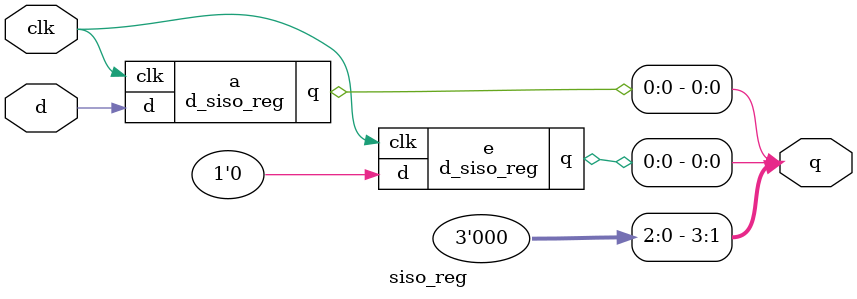
<source format=v>
module d_siso_reg(d,clk,q);
input d,clk;
output reg q;
always @(posedge clk)
begin q<=d;
end
endmodule
module siso_reg(d,clk,q);
input d;
input clk;
  output [3:0]q;
  d_siso_reg a(d,clk,q[0]);
  d_siso_reg b(q[1],clk,q[2]);
  d_siso_reg c(q[2],clk,q[3]);
  d_siso_reg e(q[3],clk,q);
endmodule

</source>
